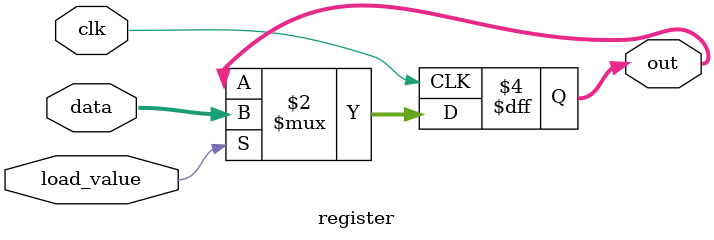
<source format=v>
`timescale 1ns / 1ps


module register #(parameter Data_Width = 32)(
    input [Data_Width - 1:0] data,
    input clk, load_value,
    output reg [Data_Width - 1:0] out
    );
    
    always@(posedge clk)
    begin
        if(load_value)
        begin
            out <= data;
        end
    end
endmodule

</source>
